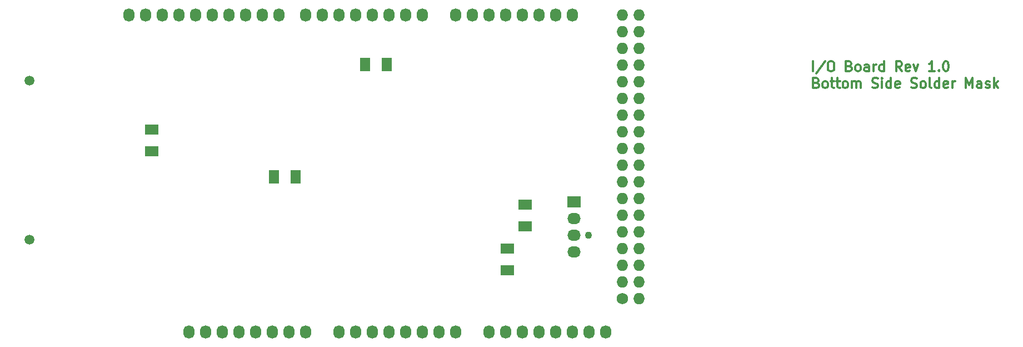
<source format=gbr>
G04 #@! TF.FileFunction,Soldermask,Bot*
%FSLAX46Y46*%
G04 Gerber Fmt 4.6, Leading zero omitted, Abs format (unit mm)*
G04 Created by KiCad (PCBNEW 4.0.6) date 11/29/17 13:30:51*
%MOMM*%
%LPD*%
G01*
G04 APERTURE LIST*
%ADD10C,0.100000*%
%ADD11C,0.300000*%
%ADD12C,1.727200*%
%ADD13O,1.727200X1.727200*%
%ADD14O,1.727200X2.032000*%
%ADD15R,2.030000X1.730000*%
%ADD16O,2.030000X1.730000*%
%ADD17C,1.100000*%
%ADD18C,1.500000*%
%ADD19R,1.524000X2.032000*%
%ADD20R,2.032000X1.524000*%
G04 APERTURE END LIST*
D10*
D11*
X226417143Y-79413571D02*
X226417143Y-77913571D01*
X228202857Y-77842143D02*
X226917143Y-79770714D01*
X228988572Y-77913571D02*
X229274286Y-77913571D01*
X229417144Y-77985000D01*
X229560001Y-78127857D01*
X229631429Y-78413571D01*
X229631429Y-78913571D01*
X229560001Y-79199286D01*
X229417144Y-79342143D01*
X229274286Y-79413571D01*
X228988572Y-79413571D01*
X228845715Y-79342143D01*
X228702858Y-79199286D01*
X228631429Y-78913571D01*
X228631429Y-78413571D01*
X228702858Y-78127857D01*
X228845715Y-77985000D01*
X228988572Y-77913571D01*
X231917144Y-78627857D02*
X232131430Y-78699286D01*
X232202858Y-78770714D01*
X232274287Y-78913571D01*
X232274287Y-79127857D01*
X232202858Y-79270714D01*
X232131430Y-79342143D01*
X231988572Y-79413571D01*
X231417144Y-79413571D01*
X231417144Y-77913571D01*
X231917144Y-77913571D01*
X232060001Y-77985000D01*
X232131430Y-78056429D01*
X232202858Y-78199286D01*
X232202858Y-78342143D01*
X232131430Y-78485000D01*
X232060001Y-78556429D01*
X231917144Y-78627857D01*
X231417144Y-78627857D01*
X233131430Y-79413571D02*
X232988572Y-79342143D01*
X232917144Y-79270714D01*
X232845715Y-79127857D01*
X232845715Y-78699286D01*
X232917144Y-78556429D01*
X232988572Y-78485000D01*
X233131430Y-78413571D01*
X233345715Y-78413571D01*
X233488572Y-78485000D01*
X233560001Y-78556429D01*
X233631430Y-78699286D01*
X233631430Y-79127857D01*
X233560001Y-79270714D01*
X233488572Y-79342143D01*
X233345715Y-79413571D01*
X233131430Y-79413571D01*
X234917144Y-79413571D02*
X234917144Y-78627857D01*
X234845715Y-78485000D01*
X234702858Y-78413571D01*
X234417144Y-78413571D01*
X234274287Y-78485000D01*
X234917144Y-79342143D02*
X234774287Y-79413571D01*
X234417144Y-79413571D01*
X234274287Y-79342143D01*
X234202858Y-79199286D01*
X234202858Y-79056429D01*
X234274287Y-78913571D01*
X234417144Y-78842143D01*
X234774287Y-78842143D01*
X234917144Y-78770714D01*
X235631430Y-79413571D02*
X235631430Y-78413571D01*
X235631430Y-78699286D02*
X235702858Y-78556429D01*
X235774287Y-78485000D01*
X235917144Y-78413571D01*
X236060001Y-78413571D01*
X237202858Y-79413571D02*
X237202858Y-77913571D01*
X237202858Y-79342143D02*
X237060001Y-79413571D01*
X236774287Y-79413571D01*
X236631429Y-79342143D01*
X236560001Y-79270714D01*
X236488572Y-79127857D01*
X236488572Y-78699286D01*
X236560001Y-78556429D01*
X236631429Y-78485000D01*
X236774287Y-78413571D01*
X237060001Y-78413571D01*
X237202858Y-78485000D01*
X239917144Y-79413571D02*
X239417144Y-78699286D01*
X239060001Y-79413571D02*
X239060001Y-77913571D01*
X239631429Y-77913571D01*
X239774287Y-77985000D01*
X239845715Y-78056429D01*
X239917144Y-78199286D01*
X239917144Y-78413571D01*
X239845715Y-78556429D01*
X239774287Y-78627857D01*
X239631429Y-78699286D01*
X239060001Y-78699286D01*
X241131429Y-79342143D02*
X240988572Y-79413571D01*
X240702858Y-79413571D01*
X240560001Y-79342143D01*
X240488572Y-79199286D01*
X240488572Y-78627857D01*
X240560001Y-78485000D01*
X240702858Y-78413571D01*
X240988572Y-78413571D01*
X241131429Y-78485000D01*
X241202858Y-78627857D01*
X241202858Y-78770714D01*
X240488572Y-78913571D01*
X241702858Y-78413571D02*
X242060001Y-79413571D01*
X242417143Y-78413571D01*
X244917143Y-79413571D02*
X244060000Y-79413571D01*
X244488572Y-79413571D02*
X244488572Y-77913571D01*
X244345715Y-78127857D01*
X244202857Y-78270714D01*
X244060000Y-78342143D01*
X245560000Y-79270714D02*
X245631428Y-79342143D01*
X245560000Y-79413571D01*
X245488571Y-79342143D01*
X245560000Y-79270714D01*
X245560000Y-79413571D01*
X246560000Y-77913571D02*
X246702857Y-77913571D01*
X246845714Y-77985000D01*
X246917143Y-78056429D01*
X246988572Y-78199286D01*
X247060000Y-78485000D01*
X247060000Y-78842143D01*
X246988572Y-79127857D01*
X246917143Y-79270714D01*
X246845714Y-79342143D01*
X246702857Y-79413571D01*
X246560000Y-79413571D01*
X246417143Y-79342143D01*
X246345714Y-79270714D01*
X246274286Y-79127857D01*
X246202857Y-78842143D01*
X246202857Y-78485000D01*
X246274286Y-78199286D01*
X246345714Y-78056429D01*
X246417143Y-77985000D01*
X246560000Y-77913571D01*
X226917143Y-81177857D02*
X227131429Y-81249286D01*
X227202857Y-81320714D01*
X227274286Y-81463571D01*
X227274286Y-81677857D01*
X227202857Y-81820714D01*
X227131429Y-81892143D01*
X226988571Y-81963571D01*
X226417143Y-81963571D01*
X226417143Y-80463571D01*
X226917143Y-80463571D01*
X227060000Y-80535000D01*
X227131429Y-80606429D01*
X227202857Y-80749286D01*
X227202857Y-80892143D01*
X227131429Y-81035000D01*
X227060000Y-81106429D01*
X226917143Y-81177857D01*
X226417143Y-81177857D01*
X228131429Y-81963571D02*
X227988571Y-81892143D01*
X227917143Y-81820714D01*
X227845714Y-81677857D01*
X227845714Y-81249286D01*
X227917143Y-81106429D01*
X227988571Y-81035000D01*
X228131429Y-80963571D01*
X228345714Y-80963571D01*
X228488571Y-81035000D01*
X228560000Y-81106429D01*
X228631429Y-81249286D01*
X228631429Y-81677857D01*
X228560000Y-81820714D01*
X228488571Y-81892143D01*
X228345714Y-81963571D01*
X228131429Y-81963571D01*
X229060000Y-80963571D02*
X229631429Y-80963571D01*
X229274286Y-80463571D02*
X229274286Y-81749286D01*
X229345714Y-81892143D01*
X229488572Y-81963571D01*
X229631429Y-81963571D01*
X229917143Y-80963571D02*
X230488572Y-80963571D01*
X230131429Y-80463571D02*
X230131429Y-81749286D01*
X230202857Y-81892143D01*
X230345715Y-81963571D01*
X230488572Y-81963571D01*
X231202858Y-81963571D02*
X231060000Y-81892143D01*
X230988572Y-81820714D01*
X230917143Y-81677857D01*
X230917143Y-81249286D01*
X230988572Y-81106429D01*
X231060000Y-81035000D01*
X231202858Y-80963571D01*
X231417143Y-80963571D01*
X231560000Y-81035000D01*
X231631429Y-81106429D01*
X231702858Y-81249286D01*
X231702858Y-81677857D01*
X231631429Y-81820714D01*
X231560000Y-81892143D01*
X231417143Y-81963571D01*
X231202858Y-81963571D01*
X232345715Y-81963571D02*
X232345715Y-80963571D01*
X232345715Y-81106429D02*
X232417143Y-81035000D01*
X232560001Y-80963571D01*
X232774286Y-80963571D01*
X232917143Y-81035000D01*
X232988572Y-81177857D01*
X232988572Y-81963571D01*
X232988572Y-81177857D02*
X233060001Y-81035000D01*
X233202858Y-80963571D01*
X233417143Y-80963571D01*
X233560001Y-81035000D01*
X233631429Y-81177857D01*
X233631429Y-81963571D01*
X235417143Y-81892143D02*
X235631429Y-81963571D01*
X235988572Y-81963571D01*
X236131429Y-81892143D01*
X236202858Y-81820714D01*
X236274286Y-81677857D01*
X236274286Y-81535000D01*
X236202858Y-81392143D01*
X236131429Y-81320714D01*
X235988572Y-81249286D01*
X235702858Y-81177857D01*
X235560000Y-81106429D01*
X235488572Y-81035000D01*
X235417143Y-80892143D01*
X235417143Y-80749286D01*
X235488572Y-80606429D01*
X235560000Y-80535000D01*
X235702858Y-80463571D01*
X236060000Y-80463571D01*
X236274286Y-80535000D01*
X236917143Y-81963571D02*
X236917143Y-80963571D01*
X236917143Y-80463571D02*
X236845714Y-80535000D01*
X236917143Y-80606429D01*
X236988571Y-80535000D01*
X236917143Y-80463571D01*
X236917143Y-80606429D01*
X238274286Y-81963571D02*
X238274286Y-80463571D01*
X238274286Y-81892143D02*
X238131429Y-81963571D01*
X237845715Y-81963571D01*
X237702857Y-81892143D01*
X237631429Y-81820714D01*
X237560000Y-81677857D01*
X237560000Y-81249286D01*
X237631429Y-81106429D01*
X237702857Y-81035000D01*
X237845715Y-80963571D01*
X238131429Y-80963571D01*
X238274286Y-81035000D01*
X239560000Y-81892143D02*
X239417143Y-81963571D01*
X239131429Y-81963571D01*
X238988572Y-81892143D01*
X238917143Y-81749286D01*
X238917143Y-81177857D01*
X238988572Y-81035000D01*
X239131429Y-80963571D01*
X239417143Y-80963571D01*
X239560000Y-81035000D01*
X239631429Y-81177857D01*
X239631429Y-81320714D01*
X238917143Y-81463571D01*
X241345714Y-81892143D02*
X241560000Y-81963571D01*
X241917143Y-81963571D01*
X242060000Y-81892143D01*
X242131429Y-81820714D01*
X242202857Y-81677857D01*
X242202857Y-81535000D01*
X242131429Y-81392143D01*
X242060000Y-81320714D01*
X241917143Y-81249286D01*
X241631429Y-81177857D01*
X241488571Y-81106429D01*
X241417143Y-81035000D01*
X241345714Y-80892143D01*
X241345714Y-80749286D01*
X241417143Y-80606429D01*
X241488571Y-80535000D01*
X241631429Y-80463571D01*
X241988571Y-80463571D01*
X242202857Y-80535000D01*
X243060000Y-81963571D02*
X242917142Y-81892143D01*
X242845714Y-81820714D01*
X242774285Y-81677857D01*
X242774285Y-81249286D01*
X242845714Y-81106429D01*
X242917142Y-81035000D01*
X243060000Y-80963571D01*
X243274285Y-80963571D01*
X243417142Y-81035000D01*
X243488571Y-81106429D01*
X243560000Y-81249286D01*
X243560000Y-81677857D01*
X243488571Y-81820714D01*
X243417142Y-81892143D01*
X243274285Y-81963571D01*
X243060000Y-81963571D01*
X244417143Y-81963571D02*
X244274285Y-81892143D01*
X244202857Y-81749286D01*
X244202857Y-80463571D01*
X245631428Y-81963571D02*
X245631428Y-80463571D01*
X245631428Y-81892143D02*
X245488571Y-81963571D01*
X245202857Y-81963571D01*
X245059999Y-81892143D01*
X244988571Y-81820714D01*
X244917142Y-81677857D01*
X244917142Y-81249286D01*
X244988571Y-81106429D01*
X245059999Y-81035000D01*
X245202857Y-80963571D01*
X245488571Y-80963571D01*
X245631428Y-81035000D01*
X246917142Y-81892143D02*
X246774285Y-81963571D01*
X246488571Y-81963571D01*
X246345714Y-81892143D01*
X246274285Y-81749286D01*
X246274285Y-81177857D01*
X246345714Y-81035000D01*
X246488571Y-80963571D01*
X246774285Y-80963571D01*
X246917142Y-81035000D01*
X246988571Y-81177857D01*
X246988571Y-81320714D01*
X246274285Y-81463571D01*
X247631428Y-81963571D02*
X247631428Y-80963571D01*
X247631428Y-81249286D02*
X247702856Y-81106429D01*
X247774285Y-81035000D01*
X247917142Y-80963571D01*
X248059999Y-80963571D01*
X249702856Y-81963571D02*
X249702856Y-80463571D01*
X250202856Y-81535000D01*
X250702856Y-80463571D01*
X250702856Y-81963571D01*
X252059999Y-81963571D02*
X252059999Y-81177857D01*
X251988570Y-81035000D01*
X251845713Y-80963571D01*
X251559999Y-80963571D01*
X251417142Y-81035000D01*
X252059999Y-81892143D02*
X251917142Y-81963571D01*
X251559999Y-81963571D01*
X251417142Y-81892143D01*
X251345713Y-81749286D01*
X251345713Y-81606429D01*
X251417142Y-81463571D01*
X251559999Y-81392143D01*
X251917142Y-81392143D01*
X252059999Y-81320714D01*
X252702856Y-81892143D02*
X252845713Y-81963571D01*
X253131428Y-81963571D01*
X253274285Y-81892143D01*
X253345713Y-81749286D01*
X253345713Y-81677857D01*
X253274285Y-81535000D01*
X253131428Y-81463571D01*
X252917142Y-81463571D01*
X252774285Y-81392143D01*
X252702856Y-81249286D01*
X252702856Y-81177857D01*
X252774285Y-81035000D01*
X252917142Y-80963571D01*
X253131428Y-80963571D01*
X253274285Y-81035000D01*
X253988571Y-81963571D02*
X253988571Y-80463571D01*
X254131428Y-81392143D02*
X254559999Y-81963571D01*
X254559999Y-80963571D02*
X253988571Y-81535000D01*
D12*
X197358000Y-114046000D03*
D13*
X199898000Y-114046000D03*
X197358000Y-111506000D03*
X199898000Y-111506000D03*
X197358000Y-108966000D03*
X199898000Y-108966000D03*
X197358000Y-106426000D03*
X199898000Y-106426000D03*
X197358000Y-103886000D03*
X199898000Y-103886000D03*
X197358000Y-101346000D03*
X199898000Y-101346000D03*
X197358000Y-98806000D03*
X199898000Y-98806000D03*
X197358000Y-96266000D03*
X199898000Y-96266000D03*
X197358000Y-93726000D03*
X199898000Y-93726000D03*
X197358000Y-91186000D03*
X199898000Y-91186000D03*
X197358000Y-88646000D03*
X199898000Y-88646000D03*
X197358000Y-86106000D03*
X199898000Y-86106000D03*
X197358000Y-83566000D03*
X199898000Y-83566000D03*
X197358000Y-81026000D03*
X199898000Y-81026000D03*
X197358000Y-78486000D03*
X199898000Y-78486000D03*
X197358000Y-75946000D03*
X199898000Y-75946000D03*
X197358000Y-73406000D03*
X199898000Y-73406000D03*
X197358000Y-70866000D03*
X199898000Y-70866000D03*
D14*
X131318000Y-119126000D03*
X133858000Y-119126000D03*
X136398000Y-119126000D03*
X138938000Y-119126000D03*
X141478000Y-119126000D03*
X144018000Y-119126000D03*
X146558000Y-119126000D03*
X149098000Y-119126000D03*
X154178000Y-119126000D03*
X156718000Y-119126000D03*
X159258000Y-119126000D03*
X161798000Y-119126000D03*
X164338000Y-119126000D03*
X166878000Y-119126000D03*
X169418000Y-119126000D03*
X171958000Y-119126000D03*
X177038000Y-119126000D03*
X179578000Y-119126000D03*
X182118000Y-119126000D03*
X184658000Y-119126000D03*
X187198000Y-119126000D03*
X189738000Y-119126000D03*
X192278000Y-119126000D03*
X194818000Y-119126000D03*
X122174000Y-70866000D03*
X124714000Y-70866000D03*
X127254000Y-70866000D03*
X129794000Y-70866000D03*
X132334000Y-70866000D03*
X134874000Y-70866000D03*
X137414000Y-70866000D03*
X139954000Y-70866000D03*
X142494000Y-70866000D03*
X145034000Y-70866000D03*
X149098000Y-70866000D03*
X151638000Y-70866000D03*
X154178000Y-70866000D03*
X156718000Y-70866000D03*
X159258000Y-70866000D03*
X161798000Y-70866000D03*
X164338000Y-70866000D03*
X166878000Y-70866000D03*
X171958000Y-70866000D03*
X174498000Y-70866000D03*
X177038000Y-70866000D03*
X179578000Y-70866000D03*
X182118000Y-70866000D03*
X184658000Y-70866000D03*
X187198000Y-70866000D03*
X189738000Y-70866000D03*
D15*
X189992000Y-99314000D03*
D16*
X189992000Y-101854000D03*
X189992000Y-104394000D03*
X189992000Y-106934000D03*
D17*
X192152000Y-104394000D03*
D18*
X106976000Y-105045000D03*
X106976000Y-80845000D03*
D19*
X144272000Y-95504000D03*
X147574000Y-95504000D03*
D20*
X125603000Y-91567000D03*
X125603000Y-88265000D03*
D19*
X161417000Y-78359000D03*
X158115000Y-78359000D03*
D20*
X179832000Y-106426000D03*
X179832000Y-109728000D03*
X182499000Y-99695000D03*
X182499000Y-102997000D03*
M02*

</source>
